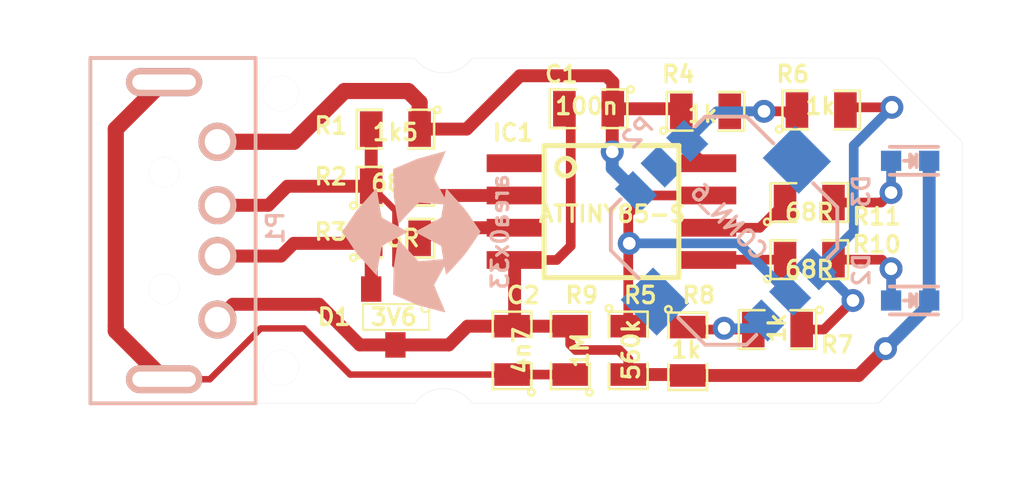
<source format=kicad_pcb>
(kicad_pcb (version 4) (host pcbnew 4.0.1-3.201512221402+6198~38~ubuntu14.04.1-stable)
  (layers (0 F.Cu signal) (31 B.Cu signal) (34 B.Paste user) (35 F.Paste user) (36 B.SilkS user) (37 F.SilkS user) (38 B.Mask user) (39 F.Mask user) (44 Edge.Cuts user))
  (net 0 "")
  (net 1 +5V)
  (net 2 DGND)
  (net 3 D+)
  (net 4 D-)
  (net 5 "Net-(IC1-Pad2)")
  (net 6 "Net-(IC1-Pad3)")
  (net 7 /ADC)
  (net 8 /RIGHT)
  (net 9 /LEFT)
  (net 10 /DOWN)
  (net 11 "Net-(D2-Pad2)")
  (net 12 "Net-(D3-Pad2)")
  (net 13 /G)
  (net 14 /R)
  (net 15 "Net-(C2-Pad1)")
  (module USB_A_MALE (layer B.Cu) (at 137.969 182.357 90)
    (fp_text reference P1 (at 0.107 7.281 90) (layer B.SilkS) (effects (font (size 0.65 0.65) (thickness 0.13)) (justify mirror)))
    (fp_text value USB_A)
    (fp_line (start 6.8 0) (end 6.8 6.5) (layer B.SilkS) (width 0.15))
    (fp_line (start 6.8 6.5) (end -6.8 6.5) (layer B.SilkS) (width 0.15))
    (fp_line (start -6.8 6.5) (end -6.8 0) (layer B.SilkS) (width 0.15))
    (fp_line (start -6.8 0) (end 6.8 0) (layer B.SilkS) (width 0.15))
    (pad "" np_thru_hole circle (at -5.4 7.5 90) (size 1.4 1.4) (drill 1.4) (layers *.Cu *.Mask B.SilkS))
    (pad "" np_thru_hole circle (at 5.4 7.5 90) (size 1.4 1.4) (drill 1.4) (layers *.Cu *.Mask B.SilkS))
    (pad "" np_thru_hole circle (at 2.3 2.9 90) (size 1.2 1.2) (drill 1.2) (layers *.Cu *.Mask B.SilkS))
    (pad "" np_thru_hole circle (at -2.3 2.9 180) (size 1.2 1.2) (drill 1.2) (layers *.Cu *.Mask B.SilkS))
    (pad 1 thru_hole circle (at 3.5 5 180) (size 1.5 1.5) (drill 1.00076) (layers *.Cu *.Mask B.SilkS) (net 1 +5V))
    (pad 2 thru_hole circle (at 1 5 180) (size 1.5 1.5) (drill 1.00076) (layers *.Cu *.Mask B.SilkS) (net 4 D-))
    (pad 3 thru_hole circle (at -1 5 180) (size 1.5 1.5) (drill 1.00076) (layers *.Cu *.Mask B.SilkS) (net 3 D+))
    (pad 4 thru_hole circle (at -3.5 5 180) (size 1.5 1.5) (drill 1.00076) (layers *.Cu *.Mask B.SilkS) (net 2 DGND))
    (pad 5 thru_hole oval (at 5.85 2.9 90) (size 1.1 3) (drill oval 0.6 2.5) (layers *.Cu *.Mask B.SilkS) (net 15 "Net-(C2-Pad1)"))
    (pad 5 thru_hole oval (at -5.85 2.9 90) (size 1.1 3) (drill oval 0.6 2.5) (layers *.Cu *.Mask B.SilkS) (net 15 "Net-(C2-Pad1)"))
  )
  (module projectLib:logo (layer B.Cu) (at 150.7 182.4 270)
    (fp_text reference area0x33 (at 0 -3.39 270) (layer B.SilkS) (effects (font (size 0.65 0.65) (thickness 0.13)) (justify mirror)))
    (fp_text value LOGO hide)
    (fp_poly (pts (xy 3.17246 -1.23444) (xy 3.15976 -1.2319) (xy 3.1242 -1.21666) (xy 3.07086 -1.19634) (xy 2.99974 -1.1684) (xy 2.91592 -1.13284) (xy 2.8194 -1.0922) (xy 2.71272 -1.04648) (xy 2.63652 -1.01346) (xy 2.5273 -0.96774) (xy 2.42316 -0.92456) (xy 2.32918 -0.88392) (xy 2.2479 -0.8509) (xy 2.18186 -0.8255) (xy 2.1336 -0.80518) (xy 2.10566 -0.79502) (xy 2.09804 -0.79248) (xy 2.08026 -0.80264) (xy 2.04216 -0.82296) (xy 1.98882 -0.8509) (xy 1.92278 -0.88646) (xy 1.84912 -0.9271) (xy 1.77038 -0.97028) (xy 1.69164 -1.01346) (xy 1.6129 -1.05664) (xy 1.53924 -1.09728) (xy 1.47574 -1.13284) (xy 1.4224 -1.16332) (xy 1.3843 -1.18618) (xy 1.36652 -1.19634) (xy 1.36398 -1.19888) (xy 1.37414 -1.20396) (xy 1.40716 -1.21158) (xy 1.45542 -1.2192) (xy 1.51384 -1.22936) (xy 1.51892 -1.22936) (xy 1.58242 -1.23952) (xy 1.63576 -1.24968) (xy 1.67386 -1.2573) (xy 1.69418 -1.26238) (xy 1.68656 -1.27254) (xy 1.6637 -1.29794) (xy 1.6256 -1.33604) (xy 1.5748 -1.38684) (xy 1.5113 -1.44526) (xy 1.44272 -1.5113) (xy 1.36652 -1.57988) (xy 1.28778 -1.65354) (xy 1.2065 -1.7272) (xy 1.12776 -1.79578) (xy 1.0541 -1.86436) (xy 0.98552 -1.92278) (xy 0.92456 -1.97612) (xy 0.87376 -2.0193) (xy 0.83566 -2.04724) (xy 0.8255 -2.05486) (xy 0.79248 -2.08026) (xy 0.74168 -2.11328) (xy 0.67818 -2.15646) (xy 0.61214 -2.20218) (xy 0.56642 -2.2352) (xy 0.48514 -2.29108) (xy 0.39116 -2.35458) (xy 0.29718 -2.41808) (xy 0.21082 -2.4765) (xy 0.18796 -2.49174) (xy 0 -2.62128) (xy -0.42926 -2.32664) (xy -0.53594 -2.25298) (xy -0.62738 -2.19202) (xy -0.70358 -2.13868) (xy -0.76962 -2.09042) (xy -0.82804 -2.0447) (xy -0.88646 -2.00152) (xy -0.94488 -1.95326) (xy -1.00584 -1.89992) (xy -1.07696 -1.83642) (xy -1.16078 -1.76022) (xy -1.25984 -1.67132) (xy -1.26492 -1.66624) (xy -1.35128 -1.5875) (xy -1.4351 -1.51384) (xy -1.50876 -1.4478) (xy -1.57226 -1.39192) (xy -1.6256 -1.3462) (xy -1.66116 -1.31318) (xy -1.68402 -1.29286) (xy -1.68656 -1.29286) (xy -1.69926 -1.2827) (xy -1.69672 -1.27254) (xy -1.6764 -1.26492) (xy -1.6383 -1.25476) (xy -1.57988 -1.24206) (xy -1.51384 -1.2319) (xy -1.34112 -1.20396) (xy -1.71958 -0.99568) (xy -2.09804 -0.78994) (xy -2.63398 -1.01854) (xy -2.74574 -1.0668) (xy -2.84988 -1.10998) (xy -2.94386 -1.15062) (xy -3.02514 -1.18364) (xy -3.09118 -1.21158) (xy -3.13944 -1.2319) (xy -3.16738 -1.2446) (xy -3.175 -1.24714) (xy -3.17246 -1.23444) (xy -3.1623 -1.19888) (xy -3.14706 -1.143) (xy -3.12928 -1.06934) (xy -3.10388 -0.98044) (xy -3.07594 -0.87884) (xy -3.048 -0.76708) (xy -3.02514 -0.69088) (xy -2.87528 -0.13716) (xy -2.7051 0.26162) (xy -2.66192 0.36068) (xy -2.62128 0.45466) (xy -2.58572 0.54356) (xy -2.55524 0.61722) (xy -2.52984 0.67564) (xy -2.5146 0.71628) (xy -2.50952 0.72898) (xy -2.4892 0.78486) (xy -2.46634 0.81534) (xy -2.44094 0.8255) (xy -2.42316 0.82296) (xy -2.40284 0.82042) (xy -2.35966 0.82042) (xy -2.29616 0.81788) (xy -2.21742 0.81534) (xy -2.12344 0.8128) (xy -2.0193 0.81026) (xy -1.90754 0.80772) (xy -1.905 0.80772) (xy -1.7907 0.80772) (xy -1.68148 0.80518) (xy -1.58242 0.80264) (xy -1.49606 0.79756) (xy -1.42494 0.79502) (xy -1.3716 0.79248) (xy -1.34366 0.7874) (xy -1.29286 0.77978) (xy -1.2446 0.77216) (xy -1.22428 0.76962) (xy -1.18618 0.76454) (xy -1.13538 0.75438) (xy -1.09982 0.7493) (xy -1.04902 0.74168) (xy -1.00076 0.73406) (xy -0.97536 0.72898) (xy -0.93472 0.7239) (xy -0.88392 0.71628) (xy -0.84836 0.70866) (xy -0.8001 0.70104) (xy -0.75438 0.69342) (xy -0.73152 0.69088) (xy -0.63754 0.67818) (xy -0.56134 0.66294) (xy -0.53848 0.65786) (xy -0.50292 0.65024) (xy -0.45212 0.64008) (xy -0.39878 0.62992) (xy -0.35052 0.6223) (xy -0.3175 0.61468) (xy -0.30226 0.61214) (xy -0.30226 0.6096) (xy -0.30226 0.60706) (xy -0.30734 0.60198) (xy -0.32004 0.59182) (xy -0.33782 0.57658) (xy -0.36322 0.55118) (xy -0.39878 0.51816) (xy -0.4445 0.47498) (xy -0.50546 0.4191) (xy -0.57912 0.35052) (xy -0.67056 0.2667) (xy -0.77978 0.1651) (xy -0.79756 0.14986) (xy -0.89154 0.06096) (xy -0.97028 -0.01016) (xy -1.03124 -0.06604) (xy -1.07696 -0.1143) (xy -1.10998 -0.14732) (xy -1.13284 -0.17526) (xy -1.14554 -0.19304) (xy -1.15062 -0.20574) (xy -1.15062 -0.21082) (xy -1.15062 -0.2413) (xy -1.14554 -0.2921) (xy -1.14046 -0.35306) (xy -1.13538 -0.42164) (xy -1.1303 -0.48514) (xy -1.12776 -0.54102) (xy -1.12522 -0.5461) (xy -1.12268 -0.59436) (xy -1.1176 -0.65532) (xy -1.11252 -0.7112) (xy -1.10998 -0.76708) (xy -1.1049 -0.81788) (xy -1.10236 -0.85598) (xy -1.10236 -0.85598) (xy -1.09728 -0.889) (xy -1.09474 -0.9398) (xy -1.08966 -1.00076) (xy -1.08712 -1.03124) (xy -1.08204 -1.08458) (xy -1.07696 -1.12776) (xy -1.07442 -1.1557) (xy -1.07188 -1.16078) (xy -1.05664 -1.15824) (xy -1.02362 -1.15062) (xy -0.9779 -1.143) (xy -0.97028 -1.14046) (xy -0.9144 -1.1303) (xy -0.85598 -1.12014) (xy -0.81788 -1.11252) (xy -0.77978 -1.1049) (xy -0.75438 -1.09982) (xy -0.75184 -1.09982) (xy -0.73406 -1.09728) (xy -0.70104 -1.0922) (xy -0.66294 -1.08712) (xy -0.61468 -1.0795) (xy -0.57912 -1.06934) (xy -0.56134 -1.06172) (xy -0.55118 -1.04902) (xy -0.52832 -1.01346) (xy -0.49784 -0.96012) (xy -0.46228 -0.89408) (xy -0.4191 -0.81788) (xy -0.37084 -0.73406) (xy -0.32258 -0.64262) (xy -0.27178 -0.55118) (xy -0.22352 -0.46228) (xy -0.1778 -0.37592) (xy -0.13462 -0.29718) (xy -0.09906 -0.2286) (xy -0.07112 -0.17526) (xy -0.05334 -0.13716) (xy -0.0508 -0.12954) (xy -0.0254 -0.07874) (xy -0.00762 -0.05334) (xy 0.00762 -0.0508) (xy 0.0254 -0.07366) (xy 0.04826 -0.1143) (xy 0.05842 -0.13462) (xy 0.08128 -0.1778) (xy 0.11176 -0.23622) (xy 0.14986 -0.3048) (xy 0.19304 -0.38608) (xy 0.23876 -0.47498) (xy 0.28702 -0.56388) (xy 0.33782 -0.65786) (xy 0.38608 -0.74676) (xy 0.4318 -0.83058) (xy 0.47244 -0.90678) (xy 0.508 -0.97028) (xy 0.53594 -1.02108) (xy 0.55372 -1.0541) (xy 0.5588 -1.06426) (xy 0.57404 -1.06934) (xy 0.60706 -1.07442) (xy 0.65532 -1.08204) (xy 0.69342 -1.08712) (xy 0.76962 -1.09982) (xy 0.85598 -1.11506) (xy 0.93472 -1.12776) (xy 0.9525 -1.13284) (xy 1.0795 -1.1557) (xy 1.08204 -1.12776) (xy 1.08712 -1.06172) (xy 1.09474 -0.98552) (xy 1.09982 -0.90932) (xy 1.1049 -0.8382) (xy 1.10998 -0.78486) (xy 1.11252 -0.76454) (xy 1.1176 -0.72644) (xy 1.12268 -0.67564) (xy 1.12522 -0.61976) (xy 1.12522 -0.61976) (xy 1.1303 -0.56134) (xy 1.13538 -0.508) (xy 1.14046 -0.46736) (xy 1.143 -0.42926) (xy 1.14554 -0.37592) (xy 1.15062 -0.31496) (xy 1.15316 -0.29464) (xy 1.16078 -0.17272) (xy 0.73406 0.21844) (xy 0.3048 0.61214) (xy 0.37338 0.62738) (xy 0.42164 0.63754) (xy 0.48514 0.6477) (xy 0.55372 0.6604) (xy 0.6223 0.6731) (xy 0.68326 0.68326) (xy 0.7239 0.68834) (xy 0.73152 0.69088) (xy 0.76454 0.69596) (xy 0.8128 0.70358) (xy 0.84836 0.70866) (xy 0.9017 0.71882) (xy 0.94996 0.72644) (xy 0.97536 0.72898) (xy 1.01346 0.73406) (xy 1.06426 0.74422) (xy 1.09982 0.7493) (xy 1.15316 0.75692) (xy 1.20142 0.76454) (xy 1.22428 0.76962) (xy 1.26492 0.7747) (xy 1.31572 0.78232) (xy 1.34366 0.7874) (xy 1.37414 0.79248) (xy 1.42748 0.79502) (xy 1.4986 0.8001) (xy 1.5875 0.80264) (xy 1.68656 0.80518) (xy 1.79578 0.80772) (xy 1.8923 0.81026) (xy 2.00406 0.8128) (xy 2.11074 0.81534) (xy 2.20726 0.81534) (xy 2.28854 0.81788) (xy 2.35712 0.82042) (xy 2.40284 0.82042) (xy 2.4257 0.82042) (xy 2.46126 0.82042) (xy 2.48412 0.8128) (xy 2.48666 0.81026) (xy 2.48666 0.80518) (xy 2.48666 0.80264) (xy 2.4892 0.79502) (xy 2.49428 0.78486) (xy 2.49936 0.76708) (xy 2.51206 0.73914) (xy 2.5273 0.70104) (xy 2.55016 0.6477) (xy 2.5781 0.57912) (xy 2.61366 0.49276) (xy 2.65938 0.38608) (xy 2.70256 0.28194) (xy 2.89814 -0.1778) (xy 3.03784 -0.70358) (xy 3.06832 -0.81534) (xy 3.09626 -0.92202) (xy 3.12166 -1.016) (xy 3.14198 -1.09728) (xy 3.15722 -1.16078) (xy 3.16738 -1.2065) (xy 3.17246 -1.2319) (xy 3.17246 -1.23444) (xy 3.17246 -1.23444)) (layer B.SilkS) (width 0.00254))
    (fp_poly (pts (xy 1.7145 1.47066) (xy 1.7018 1.46304) (xy 1.67132 1.45542) (xy 1.65608 1.45542) (xy 1.62814 1.45288) (xy 1.57734 1.4478) (xy 1.5113 1.43764) (xy 1.43002 1.42494) (xy 1.3462 1.4097) (xy 1.31826 1.40462) (xy 1.21412 1.38684) (xy 1.09982 1.36652) (xy 0.98552 1.3462) (xy 0.87884 1.32842) (xy 0.79756 1.31318) (xy 0.56134 1.27254) (xy 0.31242 0.81026) (xy 0.25654 0.70612) (xy 0.2032 0.60706) (xy 0.15494 0.51816) (xy 0.11176 0.43688) (xy 0.0762 0.37084) (xy 0.0508 0.32258) (xy 0.03556 0.29464) (xy 0.03302 0.28956) (xy 0.00254 0.23368) (xy -0.02794 0.28956) (xy -0.04064 0.31496) (xy -0.06604 0.36068) (xy -0.09906 0.42164) (xy -0.14224 0.49784) (xy -0.18796 0.58674) (xy -0.2413 0.68326) (xy -0.29464 0.78486) (xy -0.30226 0.79756) (xy -0.3556 0.89662) (xy -0.4064 0.9906) (xy -0.45212 1.07442) (xy -0.49022 1.14554) (xy -0.52324 1.20142) (xy -0.5461 1.23952) (xy -0.55626 1.25984) (xy -0.55626 1.25984) (xy -0.57404 1.26746) (xy -0.61468 1.27762) (xy -0.67818 1.29032) (xy -0.75692 1.30556) (xy -0.85344 1.32334) (xy -0.96012 1.34366) (xy -1.0795 1.36398) (xy -1.15824 1.37668) (xy -1.2954 1.39954) (xy -1.40716 1.41732) (xy -1.49606 1.43256) (xy -1.56718 1.44526) (xy -1.62052 1.45542) (xy -1.65608 1.46304) (xy -1.68148 1.47066) (xy -1.69672 1.47574) (xy -1.7018 1.48336) (xy -1.69926 1.48844) (xy -1.69418 1.49352) (xy -1.69164 1.49606) (xy -1.64846 1.5367) (xy -1.59004 1.59004) (xy -1.52146 1.651) (xy -1.44526 1.72212) (xy -1.36144 1.79324) (xy -1.27508 1.86944) (xy -1.18872 1.94564) (xy -1.1049 2.0193) (xy -1.02616 2.09042) (xy -0.9525 2.15138) (xy -0.889 2.20726) (xy -0.8382 2.2479) (xy -0.80264 2.27838) (xy -0.7874 2.29108) (xy -0.63754 2.39014) (xy -0.50292 2.48158) (xy -0.38354 2.56286) (xy -0.2794 2.63398) (xy -0.19558 2.68986) (xy -0.13208 2.73558) (xy -0.08636 2.76606) (xy -0.08636 2.7686) (xy 0.00254 2.83464) (xy 0.0508 2.79908) (xy 0.08128 2.77622) (xy 0.1016 2.75844) (xy 0.10414 2.7559) (xy 0.10922 2.75336) (xy 0.11938 2.7432) (xy 0.13716 2.73304) (xy 0.16256 2.71272) (xy 0.20066 2.68732) (xy 0.254 2.65176) (xy 0.3175 2.60858) (xy 0.39878 2.5527) (xy 0.50038 2.48666) (xy 0.61976 2.40538) (xy 0.66548 2.3749) (xy 0.73406 2.32918) (xy 0.79248 2.28854) (xy 0.84328 2.25552) (xy 0.8763 2.23012) (xy 0.89408 2.21742) (xy 0.89662 2.21488) (xy 0.89916 2.21234) (xy 0.91186 2.19964) (xy 0.93218 2.18186) (xy 0.96012 2.15646) (xy 1.00076 2.11836) (xy 1.05664 2.0701) (xy 1.12776 2.00406) (xy 1.21666 1.92532) (xy 1.2446 1.89992) (xy 1.27508 1.87198) (xy 1.31826 1.83388) (xy 1.3716 1.78562) (xy 1.42748 1.73482) (xy 1.43764 1.7272) (xy 1.49352 1.67386) (xy 1.55194 1.62306) (xy 1.60274 1.57988) (xy 1.64084 1.54686) (xy 1.64338 1.54432) (xy 1.67894 1.5113) (xy 1.70434 1.4859) (xy 1.7145 1.47066) (xy 1.7145 1.47066)) (layer B.SilkS) (width 0.00254))
  )
  (module projectLib:SMD-0805 (layer F.Cu) (at 157.569 177.557 180)
    (fp_text reference C1 (at 1.069 1.357 360) (layer F.SilkS) (effects (font (size 0.65 0.65) (thickness 0.13))))
    (fp_text value 100n (at 0.078 0.1 180) (layer F.SilkS) (effects (font (size 0.65 0.65) (thickness 0.13))))
    (fp_circle (center -1.651 0.762) (end -1.651 0.635) (layer F.SilkS) (width 0.09906))
    (fp_line (start -0.508 0.762) (end -1.524 0.762) (layer F.SilkS) (width 0.09906))
    (fp_line (start -1.524 0.762) (end -1.524 -0.762) (layer F.SilkS) (width 0.09906))
    (fp_line (start -1.524 -0.762) (end -0.508 -0.762) (layer F.SilkS) (width 0.09906))
    (fp_line (start 0.508 -0.762) (end 1.524 -0.762) (layer F.SilkS) (width 0.09906))
    (fp_line (start 1.524 -0.762) (end 1.524 0.762) (layer F.SilkS) (width 0.09906))
    (fp_line (start 1.524 0.762) (end 0.508 0.762) (layer F.SilkS) (width 0.09906))
    (pad 1 smd rect (at -0.9525 0 180) (size 0.889 1.397) (layers F.Cu F.Paste F.Mask) (net 1 +5V))
    (pad 2 smd rect (at 0.9525 0 180) (size 0.889 1.397) (layers F.Cu F.Paste F.Mask) (net 2 DGND))
  )
  (module projectLib:SOT-23 (layer F.Cu) (at 149.969 185.757 180)
    (fp_text reference D1 (at 2.413 0 180) (layer F.SilkS) (effects (font (size 0.65 0.65) (thickness 0.13))))
    (fp_text value 3V6 (at 0.0635 0 180) (layer F.SilkS) (effects (font (size 0.65 0.65) (thickness 0.13))))
    (fp_circle (center -1.17602 0.35052) (end -1.30048 0.44958) (layer F.SilkS) (width 0.07874))
    (fp_line (start 1.27 -0.508) (end 1.27 0.508) (layer F.SilkS) (width 0.07874))
    (fp_line (start -1.3335 -0.508) (end -1.3335 0.508) (layer F.SilkS) (width 0.07874))
    (fp_line (start 1.27 0.508) (end -1.3335 0.508) (layer F.SilkS) (width 0.07874))
    (fp_line (start -1.3335 -0.508) (end 1.27 -0.508) (layer F.SilkS) (width 0.07874))
    (pad 3 smd rect (at 0 -1.09982 180) (size 0.8001 1.00076) (layers F.Cu F.Paste F.Mask) (net 2 DGND))
    (pad 2 smd rect (at 0.9525 1.09982 180) (size 0.8001 1.00076) (layers F.Cu F.Paste F.Mask) (net 3 D+))
    (pad 1 smd rect (at -0.9525 1.09982 180) (size 0.8001 1.00076) (layers F.Cu F.Paste F.Mask) (net 4 D-))
  )
  (module projectLib:SMD-0805 (layer F.Cu) (at 149.969 178.357 180)
    (fp_text reference R1 (at 2.54 0.127 360) (layer F.SilkS) (effects (font (size 0.65 0.65) (thickness 0.13))))
    (fp_text value 1k5 (at 0 -0.127 180) (layer F.SilkS) (effects (font (size 0.65 0.65) (thickness 0.13))))
    (fp_circle (center -1.651 0.762) (end -1.651 0.635) (layer F.SilkS) (width 0.09906))
    (fp_line (start -0.508 0.762) (end -1.524 0.762) (layer F.SilkS) (width 0.09906))
    (fp_line (start -1.524 0.762) (end -1.524 -0.762) (layer F.SilkS) (width 0.09906))
    (fp_line (start -1.524 -0.762) (end -0.508 -0.762) (layer F.SilkS) (width 0.09906))
    (fp_line (start 0.508 -0.762) (end 1.524 -0.762) (layer F.SilkS) (width 0.09906))
    (fp_line (start 1.524 -0.762) (end 1.524 0.762) (layer F.SilkS) (width 0.09906))
    (fp_line (start 1.524 0.762) (end 0.508 0.762) (layer F.SilkS) (width 0.09906))
    (pad 1 smd rect (at -0.9525 0 180) (size 0.889 1.397) (layers F.Cu F.Paste F.Mask) (net 1 +5V))
    (pad 2 smd rect (at 0.9525 0 180) (size 0.889 1.397) (layers F.Cu F.Paste F.Mask) (net 4 D-))
  )
  (module projectLib:SMD-0805 (layer F.Cu) (at 149.969 180.607)
    (fp_text reference R2 (at -2.54 -0.381 180) (layer F.SilkS) (effects (font (size 0.65 0.65) (thickness 0.13))))
    (fp_text value 68R (at 0 -0.127) (layer F.SilkS) (effects (font (size 0.65 0.65) (thickness 0.13))))
    (fp_circle (center -1.651 0.762) (end -1.651 0.635) (layer F.SilkS) (width 0.09906))
    (fp_line (start -0.508 0.762) (end -1.524 0.762) (layer F.SilkS) (width 0.09906))
    (fp_line (start -1.524 0.762) (end -1.524 -0.762) (layer F.SilkS) (width 0.09906))
    (fp_line (start -1.524 -0.762) (end -0.508 -0.762) (layer F.SilkS) (width 0.09906))
    (fp_line (start 0.508 -0.762) (end 1.524 -0.762) (layer F.SilkS) (width 0.09906))
    (fp_line (start 1.524 -0.762) (end 1.524 0.762) (layer F.SilkS) (width 0.09906))
    (fp_line (start 1.524 0.762) (end 0.508 0.762) (layer F.SilkS) (width 0.09906))
    (pad 1 smd rect (at -0.9525 0) (size 0.889 1.397) (layers F.Cu F.Paste F.Mask) (net 4 D-))
    (pad 2 smd rect (at 0.9525 0) (size 0.889 1.397) (layers F.Cu F.Paste F.Mask) (net 5 "Net-(IC1-Pad2)"))
  )
  (module projectLib:SMD-0805 (layer F.Cu) (at 149.969 182.657)
    (fp_text reference R3 (at -2.54 -0.254 180) (layer F.SilkS) (effects (font (size 0.65 0.65) (thickness 0.13))))
    (fp_text value 68R (at 0 0) (layer F.SilkS) (effects (font (size 0.65 0.65) (thickness 0.13))))
    (fp_circle (center -1.651 0.762) (end -1.651 0.635) (layer F.SilkS) (width 0.09906))
    (fp_line (start -0.508 0.762) (end -1.524 0.762) (layer F.SilkS) (width 0.09906))
    (fp_line (start -1.524 0.762) (end -1.524 -0.762) (layer F.SilkS) (width 0.09906))
    (fp_line (start -1.524 -0.762) (end -0.508 -0.762) (layer F.SilkS) (width 0.09906))
    (fp_line (start 0.508 -0.762) (end 1.524 -0.762) (layer F.SilkS) (width 0.09906))
    (fp_line (start 1.524 -0.762) (end 1.524 0.762) (layer F.SilkS) (width 0.09906))
    (fp_line (start 1.524 0.762) (end 0.508 0.762) (layer F.SilkS) (width 0.09906))
    (pad 1 smd rect (at -0.9525 0) (size 0.889 1.397) (layers F.Cu F.Paste F.Mask) (net 3 D+))
    (pad 2 smd rect (at 0.9525 0) (size 0.889 1.397) (layers F.Cu F.Paste F.Mask) (net 6 "Net-(IC1-Pad3)"))
  )
  (module projectLib:SMD-0805 (layer F.Cu) (at 159.131 187.071 270)
    (fp_text reference R5 (at -2.171 -0.469 360) (layer F.SilkS) (effects (font (size 0.65 0.65) (thickness 0.13))))
    (fp_text value 560k (at -0.024 -0.107 270) (layer F.SilkS) (effects (font (size 0.65 0.65) (thickness 0.13))))
    (fp_circle (center -1.651 0.762) (end -1.651 0.635) (layer F.SilkS) (width 0.09906))
    (fp_line (start -0.508 0.762) (end -1.524 0.762) (layer F.SilkS) (width 0.09906))
    (fp_line (start -1.524 0.762) (end -1.524 -0.762) (layer F.SilkS) (width 0.09906))
    (fp_line (start -1.524 -0.762) (end -0.508 -0.762) (layer F.SilkS) (width 0.09906))
    (fp_line (start 0.508 -0.762) (end 1.524 -0.762) (layer F.SilkS) (width 0.09906))
    (fp_line (start 1.524 -0.762) (end 1.524 0.762) (layer F.SilkS) (width 0.09906))
    (fp_line (start 1.524 0.762) (end 0.508 0.762) (layer F.SilkS) (width 0.09906))
    (pad 1 smd rect (at -0.9525 0 270) (size 0.889 1.397) (layers F.Cu F.Paste F.Mask) (net 7 /ADC))
    (pad 2 smd rect (at 0.9525 0 270) (size 0.889 1.397) (layers F.Cu F.Paste F.Mask) (net 2 DGND))
  )
  (module projectLib:SMD-0805 (layer F.Cu) (at 162.169 177.657)
    (fp_text reference R4 (at -1.069 -1.457 180) (layer F.SilkS) (effects (font (size 0.65 0.65) (thickness 0.13))))
    (fp_text value 1k (at -0.115 0.107) (layer F.SilkS) (effects (font (size 0.65 0.65) (thickness 0.13))))
    (fp_circle (center -1.651 0.762) (end -1.651 0.635) (layer F.SilkS) (width 0.09906))
    (fp_line (start -0.508 0.762) (end -1.524 0.762) (layer F.SilkS) (width 0.09906))
    (fp_line (start -1.524 0.762) (end -1.524 -0.762) (layer F.SilkS) (width 0.09906))
    (fp_line (start -1.524 -0.762) (end -0.508 -0.762) (layer F.SilkS) (width 0.09906))
    (fp_line (start 0.508 -0.762) (end 1.524 -0.762) (layer F.SilkS) (width 0.09906))
    (fp_line (start 1.524 -0.762) (end 1.524 0.762) (layer F.SilkS) (width 0.09906))
    (fp_line (start 1.524 0.762) (end 0.508 0.762) (layer F.SilkS) (width 0.09906))
    (pad 1 smd rect (at -0.9525 0) (size 0.889 1.397) (layers F.Cu F.Paste F.Mask) (net 1 +5V))
    (pad 2 smd rect (at 0.9525 0) (size 0.889 1.397) (layers F.Cu F.Paste F.Mask) (net 9 /LEFT))
  )
  (module projectLib:SMD-0805 (layer F.Cu) (at 166.719 177.607)
    (fp_text reference R6 (at -1.119 -1.407 180) (layer F.SilkS) (effects (font (size 0.65 0.65) (thickness 0.13))))
    (fp_text value 1k (at -0.032 -0.154) (layer F.SilkS) (effects (font (size 0.65 0.65) (thickness 0.13))))
    (fp_circle (center -1.651 0.762) (end -1.651 0.635) (layer F.SilkS) (width 0.09906))
    (fp_line (start -0.508 0.762) (end -1.524 0.762) (layer F.SilkS) (width 0.09906))
    (fp_line (start -1.524 0.762) (end -1.524 -0.762) (layer F.SilkS) (width 0.09906))
    (fp_line (start -1.524 -0.762) (end -0.508 -0.762) (layer F.SilkS) (width 0.09906))
    (fp_line (start 0.508 -0.762) (end 1.524 -0.762) (layer F.SilkS) (width 0.09906))
    (fp_line (start 1.524 -0.762) (end 1.524 0.762) (layer F.SilkS) (width 0.09906))
    (fp_line (start 1.524 0.762) (end 0.508 0.762) (layer F.SilkS) (width 0.09906))
    (pad 1 smd rect (at -0.9525 0) (size 0.889 1.397) (layers F.Cu F.Paste F.Mask) (net 9 /LEFT))
    (pad 2 smd rect (at 0.9525 0) (size 0.889 1.397) (layers F.Cu F.Paste F.Mask) (net 10 /DOWN))
  )
  (module projectLib:SMD-0805 (layer F.Cu) (at 165 186.25 180)
    (fp_text reference R7 (at -2.35 -0.6 360) (layer F.SilkS) (effects (font (size 0.65 0.65) (thickness 0.13))))
    (fp_text value 1k (at 0.02 0.059 270) (layer F.SilkS) (effects (font (size 0.65 0.65) (thickness 0.13))))
    (fp_circle (center -1.651 0.762) (end -1.651 0.635) (layer F.SilkS) (width 0.09906))
    (fp_line (start -0.508 0.762) (end -1.524 0.762) (layer F.SilkS) (width 0.09906))
    (fp_line (start -1.524 0.762) (end -1.524 -0.762) (layer F.SilkS) (width 0.09906))
    (fp_line (start -1.524 -0.762) (end -0.508 -0.762) (layer F.SilkS) (width 0.09906))
    (fp_line (start 0.508 -0.762) (end 1.524 -0.762) (layer F.SilkS) (width 0.09906))
    (fp_line (start 1.524 -0.762) (end 1.524 0.762) (layer F.SilkS) (width 0.09906))
    (fp_line (start 1.524 0.762) (end 0.508 0.762) (layer F.SilkS) (width 0.09906))
    (pad 1 smd rect (at -0.9525 0 180) (size 0.889 1.397) (layers F.Cu F.Paste F.Mask) (net 10 /DOWN))
    (pad 2 smd rect (at 0.9525 0 180) (size 0.889 1.397) (layers F.Cu F.Paste F.Mask) (net 8 /RIGHT))
  )
  (module projectLib:SMD-0805 (layer F.Cu) (at 161.469 187.107 270)
    (fp_text reference R8 (at -2.207 -0.431 360) (layer F.SilkS) (effects (font (size 0.65 0.65) (thickness 0.13))))
    (fp_text value 1k (at -0.062 0.059 360) (layer F.SilkS) (effects (font (size 0.65 0.65) (thickness 0.13))))
    (fp_circle (center -1.651 0.762) (end -1.651 0.635) (layer F.SilkS) (width 0.09906))
    (fp_line (start -0.508 0.762) (end -1.524 0.762) (layer F.SilkS) (width 0.09906))
    (fp_line (start -1.524 0.762) (end -1.524 -0.762) (layer F.SilkS) (width 0.09906))
    (fp_line (start -1.524 -0.762) (end -0.508 -0.762) (layer F.SilkS) (width 0.09906))
    (fp_line (start 0.508 -0.762) (end 1.524 -0.762) (layer F.SilkS) (width 0.09906))
    (fp_line (start 1.524 -0.762) (end 1.524 0.762) (layer F.SilkS) (width 0.09906))
    (fp_line (start 1.524 0.762) (end 0.508 0.762) (layer F.SilkS) (width 0.09906))
    (pad 1 smd rect (at -0.9525 0 270) (size 0.889 1.397) (layers F.Cu F.Paste F.Mask) (net 8 /RIGHT))
    (pad 2 smd rect (at 0.9525 0 270) (size 0.889 1.397) (layers F.Cu F.Paste F.Mask) (net 2 DGND))
  )
  (module projectLib:SMD-0805 (layer F.Cu) (at 154.559 187.071 90)
    (fp_text reference C2 (at 2.171 0.441 180) (layer F.SilkS) (effects (font (size 0.65 0.65) (thickness 0.13))))
    (fp_text value 4n7 (at 0 0.381 90) (layer F.SilkS) (effects (font (size 0.65 0.65) (thickness 0.13))))
    (fp_circle (center -1.651 0.762) (end -1.651 0.635) (layer F.SilkS) (width 0.09906))
    (fp_line (start -0.508 0.762) (end -1.524 0.762) (layer F.SilkS) (width 0.09906))
    (fp_line (start -1.524 0.762) (end -1.524 -0.762) (layer F.SilkS) (width 0.09906))
    (fp_line (start -1.524 -0.762) (end -0.508 -0.762) (layer F.SilkS) (width 0.09906))
    (fp_line (start 0.508 -0.762) (end 1.524 -0.762) (layer F.SilkS) (width 0.09906))
    (fp_line (start 1.524 -0.762) (end 1.524 0.762) (layer F.SilkS) (width 0.09906))
    (fp_line (start 1.524 0.762) (end 0.508 0.762) (layer F.SilkS) (width 0.09906))
    (pad 1 smd rect (at -0.9525 0 90) (size 0.889 1.397) (layers F.Cu F.Paste F.Mask) (net 15 "Net-(C2-Pad1)"))
    (pad 2 smd rect (at 0.9525 0 90) (size 0.889 1.397) (layers F.Cu F.Paste F.Mask) (net 2 DGND))
  )
  (module projectLib:SO8_200mil_wide (layer F.Cu) (at 158.469 181.607 270)
    (fp_text reference IC1 (at -3.107 3.869 360) (layer F.SilkS) (effects (font (size 0.65 0.65) (thickness 0.13))))
    (fp_text value ATTINY85-S (at 0.093 -0.031 360) (layer F.SilkS) (effects (font (size 0.65 0.65) (thickness 0.13))))
    (fp_circle (center -1.75 1.8) (end -1.4 1.8) (layer F.SilkS) (width 0.2))
    (fp_line (start 2.6 -2.65) (end 2.6 2.65) (layer F.SilkS) (width 0.2))
    (fp_line (start 2.6 2.65) (end -2.6 2.65) (layer F.SilkS) (width 0.2))
    (fp_line (start -2.6 2.65) (end -2.6 -2.65) (layer F.SilkS) (width 0.2))
    (fp_line (start -2.6 -2.65) (end 2.6 -2.65) (layer F.SilkS) (width 0.2))
    (pad 1 smd rect (at -1.905 3.81 270) (size 0.7 2.2) (layers F.Cu F.Paste F.Mask))
    (pad 2 smd rect (at -0.635 3.81 270) (size 0.7 2.2) (layers F.Cu F.Paste F.Mask) (net 5 "Net-(IC1-Pad2)"))
    (pad 3 smd rect (at 0.635 3.81 270) (size 0.7 2.2) (layers F.Cu F.Paste F.Mask) (net 6 "Net-(IC1-Pad3)"))
    (pad 4 smd rect (at 1.905 3.81 270) (size 0.7 2.2) (layers F.Cu F.Paste F.Mask) (net 2 DGND))
    (pad 5 smd rect (at 1.905 -3.81 270) (size 0.7 2.2) (layers F.Cu F.Paste F.Mask) (net 13 /G))
    (pad 6 smd rect (at 0.635 -3.81 270) (size 0.7 2.2) (layers F.Cu F.Paste F.Mask) (net 14 /R))
    (pad 7 smd rect (at -0.635 -3.81 270) (size 0.7 2.2) (layers F.Cu F.Paste F.Mask) (net 7 /ADC))
    (pad 8 smd rect (at -1.905 -3.81 270) (size 0.7 2.2) (layers F.Cu F.Paste F.Mask) (net 1 +5V))
  )
  (module projectLib:SMD-0805 (layer F.Cu) (at 156.845 187.071 90)
    (fp_text reference R9 (at 2.171 0.455 180) (layer F.SilkS) (effects (font (size 0.65 0.65) (thickness 0.13))))
    (fp_text value 1M (at 0 0.381 90) (layer F.SilkS) (effects (font (size 0.65 0.65) (thickness 0.13))))
    (fp_circle (center -1.651 0.762) (end -1.651 0.635) (layer F.SilkS) (width 0.09906))
    (fp_line (start -0.508 0.762) (end -1.524 0.762) (layer F.SilkS) (width 0.09906))
    (fp_line (start -1.524 0.762) (end -1.524 -0.762) (layer F.SilkS) (width 0.09906))
    (fp_line (start -1.524 -0.762) (end -0.508 -0.762) (layer F.SilkS) (width 0.09906))
    (fp_line (start 0.508 -0.762) (end 1.524 -0.762) (layer F.SilkS) (width 0.09906))
    (fp_line (start 1.524 -0.762) (end 1.524 0.762) (layer F.SilkS) (width 0.09906))
    (fp_line (start 1.524 0.762) (end 0.508 0.762) (layer F.SilkS) (width 0.09906))
    (pad 1 smd rect (at -0.9525 0 90) (size 0.889 1.397) (layers F.Cu F.Paste F.Mask) (net 15 "Net-(C2-Pad1)"))
    (pad 2 smd rect (at 0.9525 0 90) (size 0.889 1.397) (layers F.Cu F.Paste F.Mask) (net 2 DGND))
  )
  (module projectLib:SKRHAAE010 (layer B.Cu) (at 162.969 182.357 45)
    (fp_text reference P2 (at 0.274357 -5.180264 45) (layer B.SilkS) (effects (font (size 0.65 0.65) (thickness 0.13)) (justify mirror)))
    (fp_text value CONN_6 (at 0.345068 -0.159806 135) (layer B.SilkS) (effects (font (size 0.65 0.65) (thickness 0.13)) (justify mirror)))
    (fp_line (start -2.6 3.75) (end -2.05 3.75) (layer B.SilkS) (width 0.15))
    (fp_line (start 2.6 3.6) (end 2.05 3.6) (layer B.SilkS) (width 0.15))
    (fp_line (start -2.6 -3.8) (end -2.05 -3.8) (layer B.SilkS) (width 0.15))
    (fp_line (start -3.75 2.6) (end -3.75 1.1) (layer B.SilkS) (width 0.15))
    (fp_line (start -2.6 3.75) (end -3.75 2.6) (layer B.SilkS) (width 0.15))
    (fp_line (start -2.6 -3.8) (end -3.75 -2.65) (layer B.SilkS) (width 0.15))
    (fp_line (start -3.75 -2.65) (end -3.75 -1.1) (layer B.SilkS) (width 0.15))
    (fp_line (start 2.6 -3.75) (end 2.05 -3.75) (layer B.SilkS) (width 0.15))
    (fp_line (start 3.75 -2.6) (end 3.75 -1.1) (layer B.SilkS) (width 0.15))
    (fp_line (start 2.6 -3.75) (end 3.75 -2.6) (layer B.SilkS) (width 0.15))
    (fp_line (start 3.75 2.45) (end 3.75 1.1) (layer B.SilkS) (width 0.15))
    (fp_line (start 2.6 3.6) (end 3.75 2.45) (layer B.SilkS) (width 0.15))
    (pad "" smd rect (at -3.95 0 45) (size 1.8 2) (layers B.Cu B.Paste B.Mask))
    (pad "" smd rect (at 3.95 0 45) (size 1.8 2) (layers B.Cu B.Paste B.Mask))
    (pad 6 smd rect (at -1.425 3.575 45) (size 1 1.35) (layers B.Cu B.Paste B.Mask) (net 8 /RIGHT))
    (pad 1 smd rect (at -1.425 -3.575 45) (size 1 1.35) (layers B.Cu B.Paste B.Mask) (net 1 +5V))
    (pad 5 smd rect (at 0 3.575 45) (size 1 1.35) (layers B.Cu B.Paste B.Mask) (net 7 /ADC))
    (pad 2 smd rect (at 0 -3.575 45) (size 1 1.35) (layers B.Cu B.Paste B.Mask))
    (pad 4 smd rect (at 1.425 3.575 45) (size 1 1.35) (layers B.Cu B.Paste B.Mask) (net 10 /DOWN))
    (pad 3 smd rect (at 1.425 -3.575 45) (size 1 1.35) (layers B.Cu B.Paste B.Mask) (net 9 /LEFT))
  )
  (module LEDs:LED_0603 (layer B.Cu) (at 170.219 185.107 180)
    (fp_text reference D2 (at 1.919 1.207 450) (layer B.SilkS) (effects (font (size 0.65 0.65) (thickness 0.13)) (justify mirror)))
    (fp_text value "LED GREEN")
    (fp_line (start -1.1 -0.55) (end 0.8 -0.55) (layer B.SilkS) (width 0.15))
    (fp_line (start -1.1 0.55) (end 0.8 0.55) (layer B.SilkS) (width 0.15))
    (fp_line (start -0.2 0) (end 0.25 0) (layer B.SilkS) (width 0.15))
    (fp_line (start -0.25 0.25) (end -0.25 -0.25) (layer B.SilkS) (width 0.15))
    (fp_line (start -0.25 0) (end 0 0.25) (layer B.SilkS) (width 0.15))
    (fp_line (start 0 0.25) (end 0 -0.25) (layer B.SilkS) (width 0.15))
    (fp_line (start 0 -0.25) (end -0.25 0) (layer B.SilkS) (width 0.15))
    (pad 2 smd rect (at 0.7493 0) (size 0.79756 0.79756) (layers B.Cu B.Paste B.Mask) (net 11 "Net-(D2-Pad2)"))
    (pad 1 smd rect (at -0.7493 0) (size 0.79756 0.79756) (layers B.Cu B.Paste B.Mask) (net 2 DGND))
  )
  (module LEDs:LED_0603 (layer B.Cu) (at 170.219 179.607 180)
    (fp_text reference D3 (at 1.919 -1.193 450) (layer B.SilkS) (effects (font (size 0.65 0.65) (thickness 0.13)) (justify mirror)))
    (fp_text value "LED RED")
    (fp_line (start -1.1 -0.55) (end 0.8 -0.55) (layer B.SilkS) (width 0.15))
    (fp_line (start -1.1 0.55) (end 0.8 0.55) (layer B.SilkS) (width 0.15))
    (fp_line (start -0.2 0) (end 0.25 0) (layer B.SilkS) (width 0.15))
    (fp_line (start -0.25 0.25) (end -0.25 -0.25) (layer B.SilkS) (width 0.15))
    (fp_line (start -0.25 0) (end 0 0.25) (layer B.SilkS) (width 0.15))
    (fp_line (start 0 0.25) (end 0 -0.25) (layer B.SilkS) (width 0.15))
    (fp_line (start 0 -0.25) (end -0.25 0) (layer B.SilkS) (width 0.15))
    (pad 2 smd rect (at 0.7493 0) (size 0.79756 0.79756) (layers B.Cu B.Paste B.Mask) (net 12 "Net-(D3-Pad2)"))
    (pad 1 smd rect (at -0.7493 0) (size 0.79756 0.79756) (layers B.Cu B.Paste B.Mask) (net 2 DGND))
  )
  (module projectLib:SMD-0805 (layer F.Cu) (at 166.25 183.5)
    (fp_text reference R10 (at 2.65 -0.6 180) (layer F.SilkS) (effects (font (size 0.65 0.65) (thickness 0.13))))
    (fp_text value 68R (at 0 0.381) (layer F.SilkS) (effects (font (size 0.65 0.65) (thickness 0.13))))
    (fp_circle (center -1.651 0.762) (end -1.651 0.635) (layer F.SilkS) (width 0.09906))
    (fp_line (start -0.508 0.762) (end -1.524 0.762) (layer F.SilkS) (width 0.09906))
    (fp_line (start -1.524 0.762) (end -1.524 -0.762) (layer F.SilkS) (width 0.09906))
    (fp_line (start -1.524 -0.762) (end -0.508 -0.762) (layer F.SilkS) (width 0.09906))
    (fp_line (start 0.508 -0.762) (end 1.524 -0.762) (layer F.SilkS) (width 0.09906))
    (fp_line (start 1.524 -0.762) (end 1.524 0.762) (layer F.SilkS) (width 0.09906))
    (fp_line (start 1.524 0.762) (end 0.508 0.762) (layer F.SilkS) (width 0.09906))
    (pad 1 smd rect (at -0.9525 0) (size 0.889 1.397) (layers F.Cu F.Paste F.Mask) (net 13 /G))
    (pad 2 smd rect (at 0.9525 0) (size 0.889 1.397) (layers F.Cu F.Paste F.Mask) (net 11 "Net-(D2-Pad2)"))
  )
  (module projectLib:SMD-0805 (layer F.Cu) (at 166.25 181.25)
    (fp_text reference R11 (at 2.65 0.55) (layer F.SilkS) (effects (font (size 0.65 0.65) (thickness 0.13))))
    (fp_text value 68R (at 0 0.381) (layer F.SilkS) (effects (font (size 0.65 0.65) (thickness 0.13))))
    (fp_circle (center -1.651 0.762) (end -1.651 0.635) (layer F.SilkS) (width 0.09906))
    (fp_line (start -0.508 0.762) (end -1.524 0.762) (layer F.SilkS) (width 0.09906))
    (fp_line (start -1.524 0.762) (end -1.524 -0.762) (layer F.SilkS) (width 0.09906))
    (fp_line (start -1.524 -0.762) (end -0.508 -0.762) (layer F.SilkS) (width 0.09906))
    (fp_line (start 0.508 -0.762) (end 1.524 -0.762) (layer F.SilkS) (width 0.09906))
    (fp_line (start 1.524 -0.762) (end 1.524 0.762) (layer F.SilkS) (width 0.09906))
    (fp_line (start 1.524 0.762) (end 0.508 0.762) (layer F.SilkS) (width 0.09906))
    (pad 1 smd rect (at -0.9525 0) (size 0.889 1.397) (layers F.Cu F.Paste F.Mask) (net 14 /R))
    (pad 2 smd rect (at 0.9525 0) (size 0.889 1.397) (layers F.Cu F.Paste F.Mask) (net 12 "Net-(D3-Pad2)"))
  )
  (gr_line (start 137.97 175.56) (end 150.73 175.56) (angle 90) (layer Edge.Cuts) (width 0.01))
  (gr_line (start 152.99 175.56) (end 168.97 175.56) (angle 90) (layer Edge.Cuts) (width 0.01))
  (gr_arc (start 151.86 174.76) (end 152.99 175.56) (angle 109.4) (layer Edge.Cuts) (width 0.01))
  (gr_line (start 168.97 189.16) (end 152.99 189.16) (angle 90) (layer Edge.Cuts) (width 0.01))
  (gr_line (start 137.97 189.16) (end 150.73 189.16) (angle 90) (layer Edge.Cuts) (width 0.01))
  (gr_arc (start 151.86 189.96) (end 150.73 189.16) (angle 109.4) (layer Edge.Cuts) (width 0.01))
  (gr_line (start 172.269 185.857) (end 172.269 178.857) (angle 90) (layer Edge.Cuts) (width 0.01))
  (gr_line (start 168.969 189.157) (end 172.269 185.857) (angle 90) (layer Edge.Cuts) (width 0.01))
  (gr_line (start 168.969 175.557) (end 172.269 178.857) (angle 90) (layer Edge.Cuts) (width 0.01))
  (gr_line (start 137.969 175.557) (end 137.969 189.157) (angle 90) (layer Edge.Cuts) (width 0.01))
  (segment (start 159.433466 180.83672) (end 158.5 179.903254) (width 0.508) (layer B.Cu) (net 1))
  (segment (start 158.5 179.25) (end 158.5 177.5785) (width 0.508) (layer F.Cu) (net 1))
  (via (at 158.5 179.25) (size 0.9) (drill 0.5) (layers F.Cu B.Cu) (net 1))
  (segment (start 158.5 179.903254) (end 158.5 179.25) (width 0.508) (layer B.Cu) (net 1))
  (segment (start 158.5 177.5785) (end 158.5215 177.557) (width 0.381) (layer F.Cu) (net 1))
  (segment (start 162.279 179.702) (end 162.114 179.702) (width 0.381) (layer F.Cu) (net 1))
  (segment (start 162.114 179.702) (end 161.2165 178.8045) (width 0.381) (layer F.Cu) (net 1))
  (segment (start 161.2165 178.8045) (end 161.2165 177.657) (width 0.381) (layer F.Cu) (net 1))
  (segment (start 158.5215 177.557) (end 161.1165 177.557) (width 0.508) (layer F.Cu) (net 1))
  (segment (start 161.1165 177.557) (end 161.2165 177.657) (width 0.381) (layer F.Cu) (net 1))
  (segment (start 158.5215 177.557) (end 158.5215 176.5095) (width 0.508) (layer F.Cu) (net 1))
  (segment (start 152.769 178.357) (end 150.9215 178.357) (width 0.508) (layer F.Cu) (net 1))
  (segment (start 154.869 176.257) (end 152.769 178.357) (width 0.508) (layer F.Cu) (net 1))
  (segment (start 158.269 176.257) (end 154.869 176.257) (width 0.508) (layer F.Cu) (net 1))
  (segment (start 158.5215 176.5095) (end 158.269 176.257) (width 0.508) (layer F.Cu) (net 1))
  (segment (start 162.279 179.702) (end 161.414 179.702) (width 0.508) (layer F.Cu) (net 1))
  (segment (start 162.4215 179.5595) (end 162.279 179.702) (width 0.381) (layer F.Cu) (net 1))
  (segment (start 142.969 178.857) (end 145.969 178.857) (width 0.635) (layer F.Cu) (net 1))
  (segment (start 150.9215 177.3095) (end 150.9215 178.357) (width 0.635) (layer F.Cu) (net 1))
  (segment (start 150.469 176.857) (end 150.9215 177.3095) (width 0.635) (layer F.Cu) (net 1))
  (segment (start 147.969 176.857) (end 150.469 176.857) (width 0.635) (layer F.Cu) (net 1))
  (segment (start 145.969 178.857) (end 147.969 176.857) (width 0.635) (layer F.Cu) (net 1))
  (segment (start 170.9683 185.107) (end 170.9683 179.607) (width 0.508) (layer B.Cu) (net 2))
  (segment (start 161.469 188.0595) (end 168.1905 188.0595) (width 0.508) (layer F.Cu) (net 2))
  (segment (start 169.25 187) (end 170.9683 185.2817) (width 0.508) (layer B.Cu) (net 2))
  (via (at 169.25 187) (size 0.9) (drill 0.5) (layers F.Cu B.Cu) (net 2))
  (segment (start 168.1905 188.0595) (end 169.25 187) (width 0.508) (layer F.Cu) (net 2))
  (segment (start 170.9683 185.2817) (end 170.9683 185.107) (width 0.381) (layer B.Cu) (net 2))
  (segment (start 159.131 188.0235) (end 161.433 188.0235) (width 0.508) (layer F.Cu) (net 2))
  (segment (start 161.433 188.0235) (end 161.469 188.0595) (width 0.381) (layer F.Cu) (net 2))
  (segment (start 154.659 183.512) (end 156.314 183.512) (width 0.381) (layer F.Cu) (net 2))
  (segment (start 156.8665 182.9595) (end 156.8665 177.557) (width 0.381) (layer F.Cu) (net 2))
  (segment (start 156.314 183.512) (end 156.8665 182.9595) (width 0.381) (layer F.Cu) (net 2))
  (segment (start 159.131 188.0235) (end 159.131 187.419) (width 0.381) (layer F.Cu) (net 2))
  (segment (start 156.845 186.833) (end 156.845 186.1185) (width 0.381) (layer F.Cu) (net 2))
  (segment (start 157.069 187.057) (end 156.845 186.833) (width 0.381) (layer F.Cu) (net 2))
  (segment (start 158.769 187.057) (end 157.069 187.057) (width 0.381) (layer F.Cu) (net 2))
  (segment (start 159.131 187.419) (end 158.769 187.057) (width 0.381) (layer F.Cu) (net 2))
  (segment (start 158.877 188.0235) (end 159.131 188.0235) (width 0.381) (layer F.Cu) (net 2))
  (segment (start 149.969 186.85682) (end 152.06918 186.85682) (width 0.508) (layer F.Cu) (net 2))
  (segment (start 152.06918 186.85682) (end 152.8075 186.1185) (width 0.508) (layer F.Cu) (net 2))
  (segment (start 152.8075 186.1185) (end 154.559 186.1185) (width 0.508) (layer F.Cu) (net 2))
  (segment (start 154.659 186.0185) (end 154.559 186.1185) (width 0.508) (layer F.Cu) (net 2))
  (segment (start 154.559 186.1185) (end 156.845 186.1185) (width 0.508) (layer F.Cu) (net 2))
  (segment (start 154.659 183.512) (end 154.659 186.0185) (width 0.508) (layer F.Cu) (net 2))
  (segment (start 142.969 185.857) (end 143.569 185.257) (width 0.508) (layer F.Cu) (net 2))
  (segment (start 148.56882 186.85682) (end 149.969 186.85682) (width 0.508) (layer F.Cu) (net 2))
  (segment (start 146.969 185.257) (end 148.56882 186.85682) (width 0.508) (layer F.Cu) (net 2))
  (segment (start 143.569 185.257) (end 146.969 185.257) (width 0.508) (layer F.Cu) (net 2))
  (segment (start 149.0165 182.657) (end 149.0165 184.65718) (width 0.508) (layer F.Cu) (net 3))
  (segment (start 142.969 183.357) (end 145.469 183.357) (width 0.508) (layer F.Cu) (net 3))
  (segment (start 145.469 183.357) (end 145.969 182.857) (width 0.508) (layer F.Cu) (net 3))
  (segment (start 145.969 182.857) (end 149.0165 182.857) (width 0.508) (layer F.Cu) (net 3))
  (segment (start 150.9215 184.65718) (end 149.969 183.70468) (width 0.254) (layer F.Cu) (net 4))
  (segment (start 149.969 181.5595) (end 149.0165 180.607) (width 0.254) (layer F.Cu) (net 4))
  (segment (start 149.969 183.70468) (end 149.969 181.5595) (width 0.254) (layer F.Cu) (net 4))
  (segment (start 149.0165 178.357) (end 149.0165 180.607) (width 0.508) (layer F.Cu) (net 4))
  (segment (start 149.0165 180.607) (end 145.719 180.607) (width 0.508) (layer F.Cu) (net 4))
  (segment (start 145.719 180.607) (end 144.969 181.357) (width 0.508) (layer F.Cu) (net 4))
  (segment (start 144.969 181.357) (end 142.969 181.357) (width 0.508) (layer F.Cu) (net 4))
  (segment (start 154.659 180.972) (end 151.2865 180.972) (width 0.508) (layer F.Cu) (net 5))
  (segment (start 151.2865 180.972) (end 150.9215 180.607) (width 0.508) (layer F.Cu) (net 5))
  (segment (start 154.659 182.242) (end 151.5365 182.242) (width 0.508) (layer F.Cu) (net 6))
  (segment (start 151.5365 182.242) (end 150.9215 182.857) (width 0.508) (layer F.Cu) (net 6))
  (segment (start 165.496907 184.884907) (end 163.469 182.857) (width 0.381) (layer B.Cu) (net 7))
  (segment (start 163.469 182.857) (end 159.169 182.857) (width 0.381) (layer B.Cu) (net 7))
  (via (at 159.169 182.857) (size 0.9) (drill 0.5) (layers F.Cu B.Cu) (net 7))
  (segment (start 159.169 182.857) (end 159.131 182.857) (width 0.381) (layer F.Cu) (net 7))
  (segment (start 159.131 182.857) (end 159.169 182.857) (width 0.381) (layer F.Cu) (net 7))
  (segment (start 159.169 182.857) (end 159.131 182.857) (width 0.381) (layer F.Cu) (net 7))
  (segment (start 159.131 186.1185) (end 159.131 182.857) (width 0.381) (layer F.Cu) (net 7))
  (segment (start 159.131 182.857) (end 159.131 181.695) (width 0.381) (layer F.Cu) (net 7))
  (segment (start 159.854 180.972) (end 162.279 180.972) (width 0.381) (layer F.Cu) (net 7))
  (segment (start 159.131 181.695) (end 159.854 180.972) (width 0.381) (layer F.Cu) (net 7))
  (segment (start 162.9 186.2) (end 164.181814 186.2) (width 0.381) (layer B.Cu) (net 8))
  (segment (start 164.181814 186.2) (end 164.48928 185.892534) (width 0.381) (layer B.Cu) (net 8))
  (via (at 162.9 186.2) (size 0.9) (drill 0.5) (layers F.Cu B.Cu) (net 8))
  (segment (start 162.9 186.2) (end 162.9 186.25) (width 0.254) (layer F.Cu) (net 8))
  (segment (start 162.9 186.25) (end 162.9 186.2) (width 0.254) (layer F.Cu) (net 8))
  (segment (start 162.9 186.2) (end 162.9 186.25) (width 0.254) (layer F.Cu) (net 8))
  (segment (start 164.0475 186.25) (end 162.9 186.25) (width 0.381) (layer F.Cu) (net 8))
  (segment (start 162.9 186.25) (end 161.5645 186.25) (width 0.381) (layer F.Cu) (net 8))
  (segment (start 161.5645 186.25) (end 161.469 186.1545) (width 0.381) (layer F.Cu) (net 8))
  (segment (start 164.469 177.657) (end 162.613186 177.657) (width 0.381) (layer B.Cu) (net 9))
  (segment (start 162.613186 177.657) (end 161.44872 178.821466) (width 0.381) (layer B.Cu) (net 9))
  (via (at 164.469 177.657) (size 0.9) (drill 0.5) (layers F.Cu B.Cu) (net 9))
  (segment (start 163.1215 177.657) (end 164.469 177.657) (width 0.381) (layer F.Cu) (net 9))
  (segment (start 164.469 177.657) (end 165.3165 177.657) (width 0.381) (layer F.Cu) (net 9))
  (segment (start 165.3165 177.657) (end 165.7665 178.107) (width 0.381) (layer F.Cu) (net 9))
  (segment (start 165.7665 178.107) (end 165.719 178.107) (width 0.254) (layer F.Cu) (net 9))
  (segment (start 166.504534 183.87728) (end 168 182.381814) (width 0.381) (layer B.Cu) (net 10))
  (segment (start 169.5 177.5) (end 167.7785 177.5) (width 0.381) (layer F.Cu) (net 10))
  (via (at 169.5 177.5) (size 0.9) (drill 0.5) (layers F.Cu B.Cu) (net 10))
  (segment (start 168 179) (end 169.5 177.5) (width 0.381) (layer B.Cu) (net 10))
  (segment (start 168 182.381814) (end 168 179) (width 0.381) (layer B.Cu) (net 10))
  (segment (start 167.7785 177.5) (end 167.6715 177.607) (width 0.381) (layer F.Cu) (net 10))
  (segment (start 165.9525 186.25) (end 166.826 186.25) (width 0.381) (layer F.Cu) (net 10))
  (segment (start 166.826 186.25) (end 167.969 185.107) (width 0.381) (layer F.Cu) (net 10))
  (segment (start 166.504534 183.87728) (end 166.73928 183.87728) (width 0.381) (layer B.Cu) (net 10))
  (segment (start 166.73928 183.87728) (end 167.969 185.107) (width 0.381) (layer B.Cu) (net 10))
  (via (at 167.969 185.107) (size 0.9) (drill 0.5) (layers F.Cu B.Cu) (net 10))
  (segment (start 167.2025 183.5) (end 169.112 183.5) (width 0.381) (layer F.Cu) (net 11))
  (segment (start 169.112 183.5) (end 169.469 183.857) (width 0.381) (layer F.Cu) (net 11))
  (segment (start 169.4697 183.8577) (end 169.4697 185.107) (width 0.381) (layer B.Cu) (net 11))
  (segment (start 169.469 183.857) (end 169.4697 183.8577) (width 0.381) (layer B.Cu) (net 11))
  (via (at 169.469 183.857) (size 0.9) (drill 0.5) (layers F.Cu B.Cu) (net 11))
  (segment (start 167.2025 181.25) (end 169.076 181.25) (width 0.381) (layer F.Cu) (net 12))
  (segment (start 169.076 181.25) (end 169.469 180.857) (width 0.381) (layer F.Cu) (net 12))
  (segment (start 169.4697 179.607) (end 169.469 179.6077) (width 0.381) (layer B.Cu) (net 12))
  (segment (start 169.469 179.6077) (end 169.469 180.857) (width 0.381) (layer B.Cu) (net 12))
  (via (at 169.469 180.857) (size 0.9) (drill 0.5) (layers F.Cu B.Cu) (net 12))
  (segment (start 162.279 183.512) (end 162.291 183.5) (width 0.381) (layer F.Cu) (net 13))
  (segment (start 162.291 183.5) (end 165.2975 183.5) (width 0.381) (layer F.Cu) (net 13))
  (segment (start 162.279 182.242) (end 164.3055 182.242) (width 0.381) (layer F.Cu) (net 14))
  (segment (start 164.3055 182.242) (end 165.2975 181.25) (width 0.381) (layer F.Cu) (net 14))
  (segment (start 154.559 188.0235) (end 148.1855 188.0235) (width 0.254) (layer F.Cu) (net 15))
  (segment (start 142.669 188.207) (end 144.669 186.207) (width 0.254) (layer F.Cu) (net 15))
  (segment (start 144.669 186.207) (end 146.369 186.207) (width 0.254) (layer F.Cu) (net 15))
  (segment (start 140.869 188.207) (end 142.669 188.207) (width 0.254) (layer F.Cu) (net 15))
  (segment (start 148.1855 188.0235) (end 146.369 186.207) (width 0.254) (layer F.Cu) (net 15))
  (segment (start 156.845 188.0235) (end 154.559 188.0235) (width 0.381) (layer F.Cu) (net 15))
  (segment (start 140.869 176.507) (end 140.819 176.507) (width 0.635) (layer F.Cu) (net 15))
  (segment (start 140.819 176.507) (end 138.969 178.357) (width 0.635) (layer F.Cu) (net 15))
  (segment (start 138.969 178.357) (end 138.969 186.107) (width 0.635) (layer F.Cu) (net 15))
  (segment (start 138.969 186.107) (end 138.969 186.307) (width 0.635) (layer F.Cu) (net 15))
  (segment (start 138.969 186.307) (end 140.869 188.207) (width 0.635) (layer F.Cu) (net 15))
)
</source>
